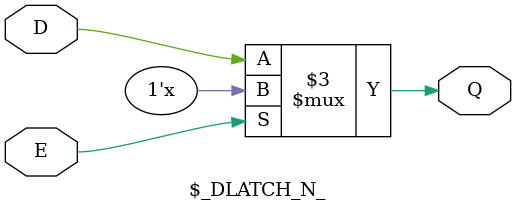
<source format=v>

module \$_DLATCH_N_ (E, D, Q);
input E, D;
output reg Q;
always @* begin
	if (E == 0)
		Q <= D;
end
endmodule

</source>
